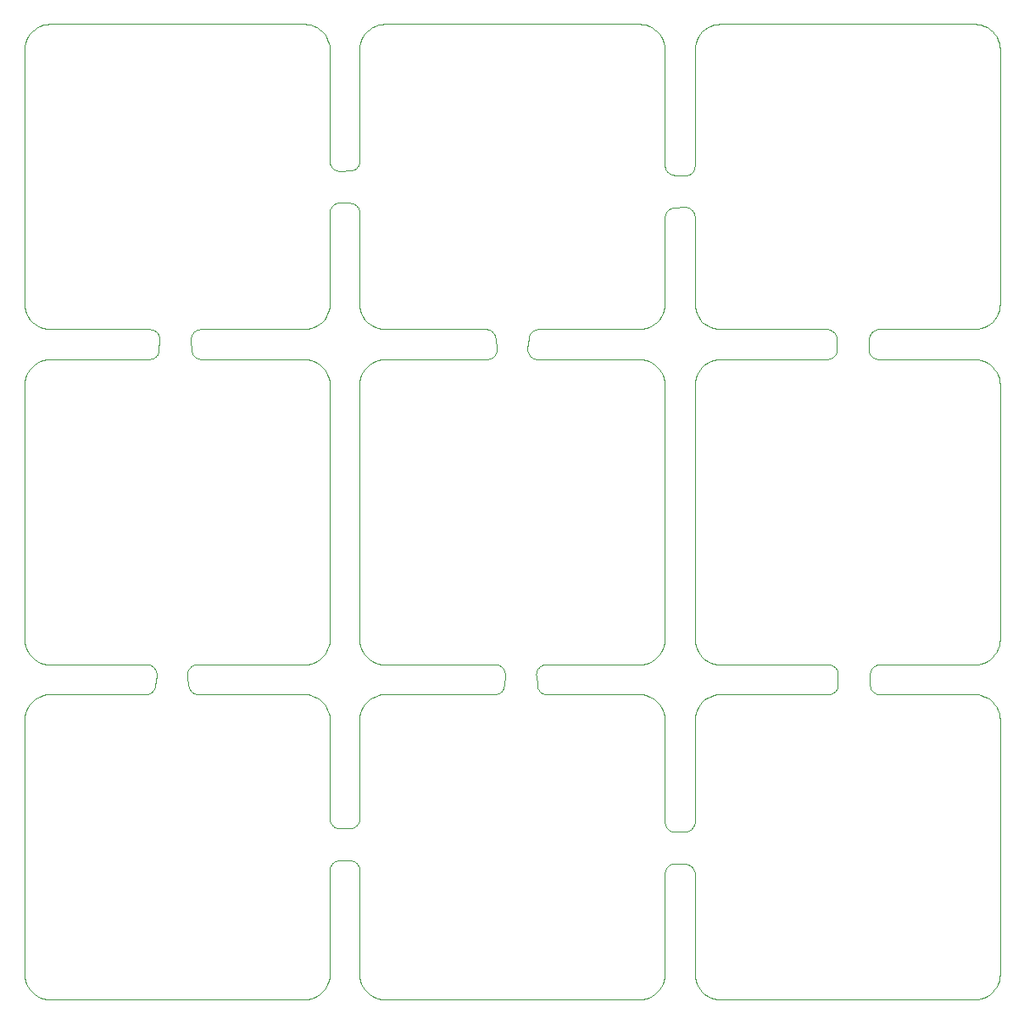
<source format=gko>
%MOIN*%
%OFA0B0*%
%FSLAX36Y36*%
%IPPOS*%
%LPD*%
%ADD10C,0*%
D10*
X002518110Y001099999D02*
X002518110Y001099999D01*
X002517254Y001113052D01*
X002514702Y001125882D01*
X002510497Y001138268D01*
X002504712Y001149999D01*
X002497445Y001160876D01*
X002488820Y001170710D01*
X002478985Y001179335D01*
X002468110Y001186602D01*
X002456378Y001192388D01*
X002443992Y001196592D01*
X002431162Y001199144D01*
X002418110Y001200000D01*
X002055213Y001200000D01*
X002052301Y001200107D01*
X002049406Y001200430D01*
X002046543Y001200966D01*
X002043727Y001201712D01*
X002040973Y001202665D01*
X002038298Y001203818D01*
X002035716Y001205166D01*
X002033240Y001206702D01*
X002030884Y001208416D01*
X002028662Y001210299D01*
X002026585Y001212342D01*
X002024665Y001214533D01*
X002022912Y001216860D01*
X002021336Y001219310D01*
X002019946Y001221870D01*
X002018748Y001224526D01*
X002017750Y001227263D01*
X002016958Y001230066D01*
X002016374Y001232920D01*
X002016004Y001235810D01*
X002012429Y001275180D01*
X002012269Y001278445D01*
X002012381Y001281713D01*
X002012763Y001284960D01*
X002013413Y001288164D01*
X002014327Y001291303D01*
X002015498Y001294356D01*
X002016918Y001297300D01*
X002018578Y001300117D01*
X002020465Y001302787D01*
X002022568Y001305290D01*
X002024871Y001307610D01*
X002027359Y001309732D01*
X002030014Y001311639D01*
X002032819Y001313320D01*
X002035753Y001314762D01*
X002038796Y001315956D01*
X002041929Y001316893D01*
X002045128Y001317568D01*
X002048372Y001317974D01*
X002051638Y001318110D01*
X002418110Y001318110D01*
X002431162Y001318966D01*
X002443992Y001321517D01*
X002456378Y001325722D01*
X002468110Y001331507D01*
X002478985Y001338775D01*
X002488820Y001347399D01*
X002497445Y001357234D01*
X002504712Y001368110D01*
X002510497Y001379842D01*
X002514702Y001392228D01*
X002517254Y001405057D01*
X002518110Y001418110D01*
X002518110Y002418110D01*
X002517254Y002431163D01*
X002514702Y002443992D01*
X002510497Y002456378D01*
X002504712Y002468110D01*
X002497445Y002478986D01*
X002488820Y002488821D01*
X002478985Y002497445D01*
X002468110Y002504712D01*
X002456378Y002510498D01*
X002443992Y002514703D01*
X002431162Y002517254D01*
X002418110Y002518110D01*
X002017811Y002518110D01*
X002014490Y002518250D01*
X002011192Y002518670D01*
X002007941Y002519367D01*
X002004761Y002520335D01*
X002001674Y002521569D01*
X001998702Y002523058D01*
X001995866Y002524793D01*
X001993187Y002526761D01*
X001990683Y002528948D01*
X001988373Y002531338D01*
X001986272Y002533915D01*
X001984397Y002536659D01*
X001982759Y002539553D01*
X001981372Y002542574D01*
X001980244Y002545701D01*
X001979384Y002548912D01*
X001978799Y002552184D01*
X001978491Y002555495D01*
X001978464Y002558819D01*
X001978717Y002562134D01*
X001983403Y002601503D01*
X001983844Y002604328D01*
X001984488Y002607112D01*
X001985333Y002609843D01*
X001986374Y002612505D01*
X001987605Y002615085D01*
X001989020Y002617568D01*
X001990611Y002619942D01*
X001992370Y002622195D01*
X001994289Y002624314D01*
X001996356Y002626288D01*
X001998560Y002628107D01*
X002000891Y002629761D01*
X002003336Y002631242D01*
X002005882Y002632542D01*
X002008515Y002633653D01*
X002011222Y002634571D01*
X002013988Y002635289D01*
X002016800Y002635805D01*
X002019641Y002636116D01*
X002022497Y002636220D01*
X002418110Y002636220D01*
X002431162Y002637076D01*
X002443992Y002639628D01*
X002456378Y002643832D01*
X002468110Y002649618D01*
X002478985Y002656885D01*
X002488820Y002665509D01*
X002497445Y002675344D01*
X002504712Y002686220D01*
X002510497Y002697952D01*
X002514702Y002710338D01*
X002517254Y002723168D01*
X002518110Y002736220D01*
X002518110Y003075003D01*
X002518223Y003077987D01*
X002518562Y003080954D01*
X002519125Y003083887D01*
X002519909Y003086769D01*
X002520909Y003089583D01*
X002522120Y003092313D01*
X002523533Y003094944D01*
X002525143Y003097459D01*
X002526938Y003099846D01*
X002528909Y003102090D01*
X002531045Y003104177D01*
X002533332Y003106097D01*
X002535759Y003107838D01*
X002538310Y003109390D01*
X002540972Y003110745D01*
X002543729Y003111893D01*
X002546565Y003112829D01*
X002549464Y003113548D01*
X002552408Y003114045D01*
X002555382Y003114317D01*
X002594753Y003116417D01*
X002597949Y003116458D01*
X002601137Y003116239D01*
X002604298Y003115762D01*
X002607409Y003115031D01*
X002610451Y003114049D01*
X002613403Y003112824D01*
X002616246Y003111364D01*
X002618961Y003109678D01*
X002621530Y003107777D01*
X002623937Y003105674D01*
X002626166Y003103382D01*
X002628201Y003100918D01*
X002630029Y003098296D01*
X002631639Y003095535D01*
X002633019Y003092652D01*
X002634161Y003089667D01*
X002635058Y003086599D01*
X002635702Y003083469D01*
X002636090Y003080296D01*
X002636220Y003077103D01*
X002636220Y002736220D01*
X002637076Y002723168D01*
X002639627Y002710338D01*
X002643832Y002697952D01*
X002649617Y002686220D01*
X002656884Y002675344D01*
X002665509Y002665509D01*
X002675343Y002656885D01*
X002686220Y002649618D01*
X002697952Y002643832D01*
X002710338Y002639628D01*
X002723167Y002637076D01*
X002736220Y002636220D01*
X003154514Y002636220D01*
X003157532Y002636104D01*
X003160532Y002635757D01*
X003163497Y002635181D01*
X003166408Y002634380D01*
X003169250Y002633358D01*
X003172005Y002632121D01*
X003174658Y002630676D01*
X003177191Y002629033D01*
X003179592Y002627200D01*
X003181844Y002625188D01*
X003183936Y002623009D01*
X003185855Y002620677D01*
X003187589Y002618205D01*
X003189129Y002615606D01*
X003190465Y002612898D01*
X003191589Y002610095D01*
X003192495Y002607214D01*
X003193178Y002604272D01*
X003193633Y002601286D01*
X003193858Y002598275D01*
X003195284Y002558905D01*
X003195271Y002555742D01*
X003195005Y002552591D01*
X003194486Y002549471D01*
X003193719Y002546403D01*
X003192708Y002543406D01*
X003191460Y002540501D01*
X003189983Y002537704D01*
X003188285Y002535036D01*
X003186380Y002532512D01*
X003184277Y002530149D01*
X003181992Y002527963D01*
X003179539Y002525967D01*
X003176934Y002524175D01*
X003174193Y002522597D01*
X003171334Y002521244D01*
X003168376Y002520126D01*
X003165338Y002519248D01*
X003162239Y002518617D01*
X003159099Y002518237D01*
X003155939Y002518110D01*
X002736220Y002518110D01*
X002723167Y002517254D01*
X002710338Y002514703D01*
X002697952Y002510498D01*
X002686220Y002504712D01*
X002675343Y002497445D01*
X002665509Y002488821D01*
X002656884Y002478986D01*
X002649617Y002468110D01*
X002643832Y002456378D01*
X002639627Y002443992D01*
X002637076Y002431163D01*
X002636220Y002418110D01*
X002636220Y001418110D01*
X002637076Y001405057D01*
X002639627Y001392228D01*
X002643832Y001379842D01*
X002649617Y001368110D01*
X002656884Y001357234D01*
X002665509Y001347399D01*
X002675343Y001338775D01*
X002686220Y001331507D01*
X002697952Y001325722D01*
X002710338Y001321517D01*
X002723167Y001318966D01*
X002736220Y001318110D01*
X003159504Y001318110D01*
X003162589Y001317989D01*
X003165655Y001317626D01*
X003168683Y001317025D01*
X003171655Y001316187D01*
X003174552Y001315120D01*
X003177357Y001313829D01*
X003180052Y001312322D01*
X003182620Y001310609D01*
X003185046Y001308699D01*
X003187315Y001306606D01*
X003189413Y001304340D01*
X003191328Y001301918D01*
X003193046Y001299353D01*
X003194558Y001296661D01*
X003195855Y001293859D01*
X003196928Y001290964D01*
X003197771Y001287994D01*
X003198378Y001284967D01*
X003198747Y001281901D01*
X003198874Y001278816D01*
X003198950Y001239446D01*
X003198835Y001236353D01*
X003198477Y001233279D01*
X003197878Y001230242D01*
X003197042Y001227262D01*
X003195976Y001224357D01*
X003194684Y001221544D01*
X003193175Y001218841D01*
X003191459Y001216266D01*
X003189545Y001213833D01*
X003187446Y001211558D01*
X003185175Y001209455D01*
X003182746Y001207537D01*
X003180174Y001205815D01*
X003177475Y001204301D01*
X003174664Y001203004D01*
X003171761Y001201931D01*
X003168782Y001201090D01*
X003165747Y001200485D01*
X003162673Y001200121D01*
X003159580Y001200000D01*
X002736220Y001200000D01*
X002723167Y001199144D01*
X002710338Y001196592D01*
X002697952Y001192388D01*
X002686220Y001186602D01*
X002675343Y001179335D01*
X002665509Y001170710D01*
X002656884Y001160876D01*
X002649617Y001149999D01*
X002643832Y001138268D01*
X002639627Y001125882D01*
X002637076Y001113052D01*
X002636220Y001099999D01*
X002636220Y000700308D01*
X002636104Y000697291D01*
X002635757Y000694290D01*
X002635182Y000691326D01*
X002634380Y000688414D01*
X002633358Y000685572D01*
X002632121Y000682817D01*
X002630676Y000680164D01*
X002629033Y000677631D01*
X002627200Y000675231D01*
X002625188Y000672978D01*
X002623010Y000670886D01*
X002620677Y000668967D01*
X002618205Y000667233D01*
X002615607Y000665693D01*
X002612898Y000664358D01*
X002610095Y000663233D01*
X002607214Y000662327D01*
X002604272Y000661644D01*
X002601286Y000661189D01*
X002598275Y000660964D01*
X002558904Y000659539D01*
X002555742Y000659551D01*
X002552591Y000659818D01*
X002549471Y000660336D01*
X002546403Y000661103D01*
X002543406Y000662114D01*
X002540501Y000663362D01*
X002537704Y000664840D01*
X002535036Y000666537D01*
X002532512Y000668443D01*
X002530149Y000670545D01*
X002527963Y000672830D01*
X002525967Y000675283D01*
X002524175Y000677889D01*
X002522597Y000680629D01*
X002521244Y000683488D01*
X002520126Y000686446D01*
X002519248Y000689484D01*
X002518617Y000692583D01*
X002518237Y000695723D01*
X002518110Y000698883D01*
X002518110Y001099999D01*
X001199999Y001099999D02*
X001199999Y001099999D01*
X001199143Y001113052D01*
X001196592Y001125882D01*
X001192387Y001138268D01*
X001186602Y001149999D01*
X001179335Y001160876D01*
X001170710Y001170710D01*
X001160875Y001179335D01*
X001149999Y001186602D01*
X001138267Y001192388D01*
X001125881Y001196592D01*
X001113051Y001199144D01*
X001100000Y001200000D01*
X000684647Y001200000D01*
X000681802Y001200102D01*
X000678973Y001200411D01*
X000676172Y001200922D01*
X000673416Y001201635D01*
X000670719Y001202545D01*
X000668095Y001203648D01*
X000665557Y001204937D01*
X000663119Y001206407D01*
X000660794Y001208049D01*
X000658593Y001209854D01*
X000656528Y001211814D01*
X000654611Y001213917D01*
X000652850Y001216154D01*
X000651256Y001218513D01*
X000649836Y001220980D01*
X000648598Y001223543D01*
X000647549Y001226189D01*
X000646693Y001228904D01*
X000646037Y001231674D01*
X000645581Y001234484D01*
X000640658Y001273854D01*
X000640384Y001277179D01*
X000640394Y001280515D01*
X000640685Y001283838D01*
X000641257Y001287125D01*
X000642105Y001290351D01*
X000643223Y001293494D01*
X000644603Y001296531D01*
X000646235Y001299441D01*
X000648108Y001302202D01*
X000650208Y001304794D01*
X000652520Y001307199D01*
X000655027Y001309400D01*
X000657711Y001311381D01*
X000660553Y001313127D01*
X000663533Y001314627D01*
X000666630Y001315868D01*
X000669820Y001316844D01*
X000673081Y001317545D01*
X000676391Y001317968D01*
X000679724Y001318110D01*
X001100000Y001318110D01*
X001113051Y001318966D01*
X001125881Y001321517D01*
X001138267Y001325722D01*
X001149999Y001331507D01*
X001160875Y001338775D01*
X001170710Y001347399D01*
X001179335Y001357234D01*
X001186602Y001368110D01*
X001192387Y001379842D01*
X001196592Y001392228D01*
X001199143Y001405057D01*
X001199999Y001418110D01*
X001199999Y002418110D01*
X001199143Y002431163D01*
X001196592Y002443992D01*
X001192387Y002456378D01*
X001186602Y002468110D01*
X001179335Y002478986D01*
X001170710Y002488821D01*
X001160875Y002497445D01*
X001149999Y002504712D01*
X001138267Y002510498D01*
X001125881Y002514703D01*
X001113051Y002517254D01*
X001100000Y002518110D01*
X000696368Y002518110D01*
X000693390Y002518223D01*
X000690429Y002518560D01*
X000687502Y002519121D01*
X000684625Y002519902D01*
X000681816Y002520898D01*
X000679091Y002522103D01*
X000676464Y002523512D01*
X000673952Y002525115D01*
X000671568Y002526903D01*
X000669326Y002528867D01*
X000667239Y002530994D01*
X000665319Y002533274D01*
X000663577Y002535692D01*
X000662022Y002538235D01*
X000660665Y002540888D01*
X000659512Y002543636D01*
X000658571Y002546464D01*
X000657846Y002549355D01*
X000657341Y002552292D01*
X000657061Y002555259D01*
X000654837Y002594629D01*
X000654786Y002597831D01*
X000654996Y002601027D01*
X000655465Y002604194D01*
X000656190Y002607314D01*
X000657166Y002610364D01*
X000658387Y002613324D01*
X000659844Y002616176D01*
X000661528Y002618899D01*
X000663428Y002621477D01*
X000665531Y002623892D01*
X000667823Y002626128D01*
X000670290Y002628170D01*
X000672914Y002630005D01*
X000675679Y002631621D01*
X000678566Y002633007D01*
X000681556Y002634153D01*
X000684630Y002635053D01*
X000687766Y002635700D01*
X000690944Y002636090D01*
X000694144Y002636220D01*
X001100000Y002636220D01*
X001113051Y002637076D01*
X001125881Y002639628D01*
X001138267Y002643832D01*
X001149999Y002649618D01*
X001160875Y002656885D01*
X001170710Y002665509D01*
X001179335Y002675344D01*
X001186602Y002686220D01*
X001192387Y002697952D01*
X001196592Y002710338D01*
X001199143Y002723168D01*
X001199999Y002736220D01*
X001199999Y003094096D01*
X001200124Y003097229D01*
X001200498Y003100342D01*
X001201118Y003103415D01*
X001201981Y003106430D01*
X001203082Y003109366D01*
X001204412Y003112205D01*
X001205964Y003114930D01*
X001207728Y003117522D01*
X001209692Y003119966D01*
X001211845Y003122245D01*
X001214172Y003124346D01*
X001216660Y003126256D01*
X001219291Y003127961D01*
X001222049Y003129451D01*
X001224918Y003130718D01*
X001227878Y003131751D01*
X001230911Y003132546D01*
X001233998Y003133098D01*
X001237118Y003133401D01*
X001240253Y003133456D01*
X001279624Y003132572D01*
X001282665Y003132386D01*
X001285683Y003131965D01*
X001288659Y003131312D01*
X001291576Y003130430D01*
X001294416Y003129326D01*
X001297163Y003128005D01*
X001299798Y003126476D01*
X001302308Y003124748D01*
X001304676Y003122831D01*
X001306889Y003120736D01*
X001308934Y003118477D01*
X001310797Y003116066D01*
X001312469Y003113518D01*
X001313938Y003110849D01*
X001315197Y003108074D01*
X001316237Y003105209D01*
X001317053Y003102273D01*
X001317639Y003099283D01*
X001317992Y003096257D01*
X001318110Y003093212D01*
X001318110Y002736220D01*
X001318965Y002723168D01*
X001321517Y002710338D01*
X001325721Y002697952D01*
X001331507Y002686220D01*
X001338774Y002675344D01*
X001347399Y002665509D01*
X001357233Y002656885D01*
X001368109Y002649618D01*
X001379841Y002643832D01*
X001392227Y002639628D01*
X001405057Y002637076D01*
X001418110Y002636220D01*
X001813452Y002636220D01*
X001816309Y002636116D01*
X001819150Y002635805D01*
X001821961Y002635289D01*
X001824728Y002634571D01*
X001827435Y002633653D01*
X001830068Y002632542D01*
X001832614Y002631242D01*
X001835059Y002629761D01*
X001837390Y002628107D01*
X001839594Y002626288D01*
X001841661Y002624314D01*
X001843579Y002622195D01*
X001845339Y002619942D01*
X001846930Y002617568D01*
X001848345Y002615085D01*
X001849576Y002612505D01*
X001850617Y002609843D01*
X001851461Y002607112D01*
X001852106Y002604328D01*
X001852546Y002601503D01*
X001857233Y002562134D01*
X001857486Y002558819D01*
X001857459Y002555495D01*
X001857151Y002552184D01*
X001856565Y002548912D01*
X001855706Y002545701D01*
X001854578Y002542574D01*
X001853191Y002539553D01*
X001851553Y002536659D01*
X001849678Y002533915D01*
X001847577Y002531338D01*
X001845267Y002528948D01*
X001842763Y002526761D01*
X001840084Y002524793D01*
X001837248Y002523058D01*
X001834276Y002521569D01*
X001831189Y002520335D01*
X001828009Y002519367D01*
X001824758Y002518670D01*
X001821460Y002518250D01*
X001818139Y002518110D01*
X001418110Y002518110D01*
X001405057Y002517254D01*
X001392227Y002514703D01*
X001379841Y002510498D01*
X001368109Y002504712D01*
X001357233Y002497445D01*
X001347399Y002488821D01*
X001338774Y002478986D01*
X001331507Y002468110D01*
X001325721Y002456378D01*
X001321517Y002443992D01*
X001318965Y002431163D01*
X001318110Y002418110D01*
X001318110Y001418110D01*
X001318965Y001405057D01*
X001321517Y001392228D01*
X001325721Y001379842D01*
X001331507Y001368110D01*
X001338774Y001357234D01*
X001347399Y001347399D01*
X001357233Y001338775D01*
X001368109Y001331507D01*
X001379841Y001325722D01*
X001392227Y001321517D01*
X001405057Y001318966D01*
X001418110Y001318110D01*
X001850764Y001318110D01*
X001854031Y001317974D01*
X001857275Y001317568D01*
X001860474Y001316893D01*
X001863606Y001315956D01*
X001866650Y001314762D01*
X001869584Y001313320D01*
X001872388Y001311639D01*
X001875044Y001309732D01*
X001877531Y001307610D01*
X001879835Y001305290D01*
X001881937Y001302787D01*
X001883825Y001300117D01*
X001885485Y001297300D01*
X001886905Y001294356D01*
X001888076Y001291303D01*
X001888990Y001288164D01*
X001889640Y001284960D01*
X001890022Y001281713D01*
X001890133Y001278445D01*
X001889973Y001275180D01*
X001886399Y001235810D01*
X001886028Y001232920D01*
X001885445Y001230066D01*
X001884652Y001227263D01*
X001883655Y001224526D01*
X001882457Y001221870D01*
X001881067Y001219310D01*
X001879491Y001216860D01*
X001877738Y001214533D01*
X001875818Y001212342D01*
X001873741Y001210299D01*
X001871518Y001208416D01*
X001869163Y001206702D01*
X001866687Y001205166D01*
X001864104Y001203818D01*
X001861429Y001202665D01*
X001858676Y001201712D01*
X001855860Y001200966D01*
X001852997Y001200430D01*
X001850101Y001200107D01*
X001847190Y001200000D01*
X001418110Y001200000D01*
X001405057Y001199144D01*
X001392227Y001196592D01*
X001379841Y001192388D01*
X001368109Y001186602D01*
X001357233Y001179335D01*
X001347399Y001170710D01*
X001338774Y001160876D01*
X001331507Y001149999D01*
X001325721Y001138268D01*
X001321517Y001125882D01*
X001318965Y001113052D01*
X001318110Y001099999D01*
X001318110Y000712620D01*
X001317989Y000709535D01*
X001317626Y000706469D01*
X001317025Y000703441D01*
X001316188Y000700469D01*
X001315120Y000697572D01*
X001313829Y000694767D01*
X001312322Y000692073D01*
X001310609Y000689504D01*
X001308699Y000687078D01*
X001306606Y000684809D01*
X001304341Y000682711D01*
X001301918Y000680796D01*
X001299353Y000679078D01*
X001296661Y000677566D01*
X001293859Y000676269D01*
X001290964Y000675196D01*
X001287994Y000674353D01*
X001284967Y000673746D01*
X001281901Y000673378D01*
X001278816Y000673250D01*
X001239446Y000673174D01*
X001236353Y000673289D01*
X001233279Y000673648D01*
X001230242Y000674246D01*
X001227262Y000675082D01*
X001224356Y000676149D01*
X001221544Y000677441D01*
X001218841Y000678949D01*
X001216266Y000680666D01*
X001213833Y000682579D01*
X001211558Y000684678D01*
X001209455Y000686949D01*
X001207537Y000689378D01*
X001205815Y000691950D01*
X001204301Y000694650D01*
X001203004Y000697460D01*
X001201931Y000700363D01*
X001201090Y000703342D01*
X001200485Y000706377D01*
X001200121Y000709451D01*
X001199999Y000712544D01*
X001199999Y001099999D01*
X000099999Y000000000D02*
X000099999Y000000000D01*
X001100000Y000000000D01*
X001113051Y000000855D01*
X001125881Y000003407D01*
X001138267Y000007612D01*
X001149999Y000013397D01*
X001160875Y000020665D01*
X001170710Y000029289D01*
X001179335Y000039123D01*
X001186602Y000050000D01*
X001192387Y000061731D01*
X001196592Y000074118D01*
X001199143Y000086947D01*
X001199999Y000099999D01*
X001199999Y000508048D01*
X001200121Y000511140D01*
X001200485Y000514214D01*
X001201090Y000517250D01*
X001201931Y000520228D01*
X001203004Y000523132D01*
X001204301Y000525942D01*
X001205815Y000528641D01*
X001207537Y000531214D01*
X001209455Y000533643D01*
X001211558Y000535914D01*
X001213833Y000538012D01*
X001216266Y000539926D01*
X001218841Y000541642D01*
X001221544Y000543151D01*
X001224356Y000544443D01*
X001227262Y000545510D01*
X001230242Y000546345D01*
X001233279Y000546944D01*
X001236353Y000547302D01*
X001239446Y000547418D01*
X001278816Y000547341D01*
X001281901Y000547214D01*
X001284967Y000546846D01*
X001287994Y000546238D01*
X001290964Y000545395D01*
X001293859Y000544322D01*
X001296661Y000543026D01*
X001299353Y000541514D01*
X001301918Y000539795D01*
X001304341Y000537881D01*
X001306606Y000535783D01*
X001308699Y000533514D01*
X001310609Y000531087D01*
X001312322Y000528519D01*
X001313829Y000525824D01*
X001315120Y000523020D01*
X001316188Y000520123D01*
X001317025Y000517151D01*
X001317626Y000514122D01*
X001317989Y000511056D01*
X001318110Y000507971D01*
X001318110Y000099999D01*
X001318965Y000086947D01*
X001321517Y000074118D01*
X001325721Y000061731D01*
X001331507Y000050000D01*
X001338774Y000039123D01*
X001347399Y000029289D01*
X001357233Y000020665D01*
X001368109Y000013397D01*
X001379841Y000007612D01*
X001392227Y000003407D01*
X001405057Y000000855D01*
X001418110Y000000000D01*
X002418110Y000000000D01*
X002431162Y000000855D01*
X002443992Y000003407D01*
X002456378Y000007612D01*
X002468110Y000013397D01*
X002478985Y000020665D01*
X002488820Y000029289D01*
X002497445Y000039123D01*
X002504712Y000050000D01*
X002510497Y000061731D01*
X002514702Y000074118D01*
X002517254Y000086947D01*
X002518110Y000099999D01*
X002518110Y000495755D01*
X002518237Y000498915D01*
X002518617Y000502055D01*
X002519248Y000505154D01*
X002520126Y000508192D01*
X002521244Y000511150D01*
X002522597Y000514009D01*
X002524175Y000516750D01*
X002525967Y000519355D01*
X002527963Y000521808D01*
X002530149Y000524094D01*
X002532512Y000526196D01*
X002535036Y000528102D01*
X002537704Y000529799D01*
X002540501Y000531276D01*
X002543406Y000532524D01*
X002546403Y000533535D01*
X002549471Y000534302D01*
X002552591Y000534821D01*
X002555742Y000535087D01*
X002558904Y000535100D01*
X002598275Y000533674D01*
X002601286Y000533449D01*
X002604272Y000532994D01*
X002607214Y000532311D01*
X002610095Y000531405D01*
X002612898Y000530281D01*
X002615607Y000528945D01*
X002618205Y000527405D01*
X002620677Y000525671D01*
X002623010Y000523752D01*
X002625188Y000521661D01*
X002627200Y000519408D01*
X002629033Y000517008D01*
X002630676Y000514474D01*
X002632121Y000511822D01*
X002633358Y000509067D01*
X002634380Y000506225D01*
X002635182Y000503313D01*
X002635757Y000500348D01*
X002636104Y000497348D01*
X002636220Y000494330D01*
X002636220Y000099999D01*
X002637076Y000086947D01*
X002639627Y000074118D01*
X002643832Y000061731D01*
X002649617Y000050000D01*
X002656884Y000039123D01*
X002665509Y000029289D01*
X002675343Y000020665D01*
X002686220Y000013397D01*
X002697952Y000007612D01*
X002710338Y000003407D01*
X002723167Y000000855D01*
X002736220Y000000000D01*
X003736220Y000000000D01*
X003749272Y000000855D01*
X003762102Y000003407D01*
X003774488Y000007612D01*
X003786220Y000013397D01*
X003797096Y000020665D01*
X003806930Y000029289D01*
X003815555Y000039123D01*
X003822822Y000050000D01*
X003828607Y000061731D01*
X003832812Y000074118D01*
X003835364Y000086947D01*
X003836220Y000099999D01*
X003836220Y001099999D01*
X003835364Y001113052D01*
X003832812Y001125882D01*
X003828607Y001138268D01*
X003822822Y001149999D01*
X003815555Y001160876D01*
X003806930Y001170710D01*
X003797096Y001179335D01*
X003786220Y001186602D01*
X003774488Y001192388D01*
X003762102Y001196592D01*
X003749272Y001199144D01*
X003736220Y001200000D01*
X003364077Y001200000D01*
X003360984Y001200121D01*
X003357910Y001200485D01*
X003354875Y001201090D01*
X003351896Y001201931D01*
X003348993Y001203004D01*
X003346182Y001204301D01*
X003343483Y001205815D01*
X003340911Y001207537D01*
X003338481Y001209455D01*
X003336211Y001211558D01*
X003334112Y001213833D01*
X003332198Y001216266D01*
X003330482Y001218841D01*
X003328973Y001221544D01*
X003327681Y001224357D01*
X003326614Y001227262D01*
X003325779Y001230242D01*
X003325180Y001233279D01*
X003324822Y001236353D01*
X003324707Y001239446D01*
X003324783Y001278816D01*
X003324910Y001281901D01*
X003325279Y001284967D01*
X003325886Y001287994D01*
X003326729Y001290964D01*
X003327802Y001293859D01*
X003329099Y001296661D01*
X003330611Y001299353D01*
X003332329Y001301918D01*
X003334244Y001304340D01*
X003336342Y001306606D01*
X003338611Y001308699D01*
X003341037Y001310609D01*
X003343605Y001312322D01*
X003346300Y001313829D01*
X003349105Y001315120D01*
X003352002Y001316187D01*
X003354974Y001317025D01*
X003358002Y001317626D01*
X003361068Y001317989D01*
X003364153Y001318110D01*
X003736220Y001318110D01*
X003749272Y001318966D01*
X003762102Y001321517D01*
X003774488Y001325722D01*
X003786220Y001331507D01*
X003797096Y001338775D01*
X003806930Y001347399D01*
X003815555Y001357234D01*
X003822822Y001368110D01*
X003828607Y001379842D01*
X003832812Y001392228D01*
X003835364Y001405057D01*
X003836220Y001418110D01*
X003836220Y002418110D01*
X003835364Y002431163D01*
X003832812Y002443992D01*
X003828607Y002456378D01*
X003822822Y002468110D01*
X003815555Y002478986D01*
X003806930Y002488821D01*
X003797096Y002497445D01*
X003786220Y002504712D01*
X003774488Y002510498D01*
X003762102Y002514703D01*
X003749272Y002517254D01*
X003736220Y002518110D01*
X003359067Y002518110D01*
X003355907Y002518237D01*
X003352767Y002518617D01*
X003349668Y002519248D01*
X003346630Y002520126D01*
X003343672Y002521244D01*
X003340813Y002522597D01*
X003338072Y002524175D01*
X003335467Y002525967D01*
X003333014Y002527963D01*
X003330729Y002530149D01*
X003328627Y002532512D01*
X003326721Y002535036D01*
X003325024Y002537704D01*
X003323546Y002540501D01*
X003322298Y002543406D01*
X003321287Y002546403D01*
X003320520Y002549471D01*
X003320002Y002552591D01*
X003319735Y002555742D01*
X003319723Y002558905D01*
X003321148Y002598275D01*
X003321373Y002601286D01*
X003321828Y002604272D01*
X003322511Y002607214D01*
X003323417Y002610095D01*
X003324542Y002612898D01*
X003325878Y002615606D01*
X003327417Y002618205D01*
X003329152Y002620677D01*
X003331070Y002623009D01*
X003333162Y002625188D01*
X003335415Y002627200D01*
X003337815Y002629033D01*
X003340349Y002630676D01*
X003343001Y002632121D01*
X003345756Y002633358D01*
X003348598Y002634380D01*
X003351510Y002635181D01*
X003354475Y002635757D01*
X003357475Y002636104D01*
X003360493Y002636220D01*
X003736220Y002636220D01*
X003749272Y002637076D01*
X003762102Y002639628D01*
X003774488Y002643832D01*
X003786220Y002649618D01*
X003797096Y002656885D01*
X003806930Y002665509D01*
X003815555Y002675344D01*
X003822822Y002686220D01*
X003828607Y002697952D01*
X003832812Y002710338D01*
X003835364Y002723168D01*
X003836220Y002736220D01*
X003836220Y003736220D01*
X003835364Y003749273D01*
X003832812Y003762102D01*
X003828607Y003774489D01*
X003822822Y003786220D01*
X003815555Y003797096D01*
X003806930Y003806931D01*
X003797096Y003815555D01*
X003786220Y003822823D01*
X003774488Y003828608D01*
X003762102Y003832813D01*
X003749272Y003835365D01*
X003736220Y003836220D01*
X002736220Y003836220D01*
X002723167Y003835365D01*
X002710338Y003832813D01*
X002697952Y003828608D01*
X002686220Y003822823D01*
X002675343Y003815555D01*
X002665509Y003806931D01*
X002656884Y003797096D01*
X002649617Y003786220D01*
X002643832Y003774489D01*
X002639627Y003762102D01*
X002637076Y003749273D01*
X002636220Y003736220D01*
X002636220Y003279532D01*
X002636090Y003276339D01*
X002635702Y003273166D01*
X002635058Y003270036D01*
X002634161Y003266968D01*
X002633019Y003263983D01*
X002631639Y003261100D01*
X002630029Y003258339D01*
X002628201Y003255717D01*
X002626166Y003253253D01*
X002623937Y003250961D01*
X002621530Y003248858D01*
X002618961Y003246958D01*
X002616246Y003245271D01*
X002613403Y003243811D01*
X002610451Y003242586D01*
X002607409Y003241605D01*
X002604298Y003240873D01*
X002601137Y003240396D01*
X002597949Y003240177D01*
X002594753Y003240218D01*
X002555382Y003242318D01*
X002552408Y003242591D01*
X002549464Y003243087D01*
X002546565Y003243806D01*
X002543729Y003244742D01*
X002540972Y003245891D01*
X002538310Y003247245D01*
X002535759Y003248797D01*
X002533332Y003250538D01*
X002531045Y003252458D01*
X002528909Y003254545D01*
X002526938Y003256789D01*
X002525143Y003259176D01*
X002523533Y003261692D01*
X002522120Y003264322D01*
X002520909Y003267052D01*
X002519909Y003269866D01*
X002519125Y003272748D01*
X002518562Y003275681D01*
X002518223Y003278648D01*
X002518110Y003281633D01*
X002518110Y003736220D01*
X002517254Y003749273D01*
X002514702Y003762102D01*
X002510497Y003774489D01*
X002504712Y003786220D01*
X002497445Y003797096D01*
X002488820Y003806931D01*
X002478985Y003815555D01*
X002468110Y003822823D01*
X002456378Y003828608D01*
X002443992Y003832813D01*
X002431162Y003835365D01*
X002418110Y003836220D01*
X001418110Y003836220D01*
X001405057Y003835365D01*
X001392227Y003832813D01*
X001379841Y003828608D01*
X001368109Y003822823D01*
X001357233Y003815555D01*
X001347399Y003806931D01*
X001338774Y003797096D01*
X001331507Y003786220D01*
X001325721Y003774489D01*
X001321517Y003762102D01*
X001318965Y003749273D01*
X001318110Y003736220D01*
X001318110Y003298661D01*
X001317992Y003295616D01*
X001317639Y003292589D01*
X001317053Y003289599D01*
X001316237Y003286663D01*
X001315197Y003283799D01*
X001313938Y003281024D01*
X001312469Y003278355D01*
X001310797Y003275807D01*
X001308934Y003273396D01*
X001306889Y003271136D01*
X001304676Y003269042D01*
X001302308Y003267125D01*
X001299798Y003265396D01*
X001297163Y003263867D01*
X001294416Y003262547D01*
X001291576Y003261442D01*
X001288659Y003260561D01*
X001285683Y003259908D01*
X001282665Y003259487D01*
X001279624Y003259301D01*
X001240253Y003258417D01*
X001237118Y003258471D01*
X001233998Y003258775D01*
X001230911Y003259326D01*
X001227878Y003260121D01*
X001224918Y003261155D01*
X001222049Y003262421D01*
X001219291Y003263912D01*
X001216660Y003265617D01*
X001214172Y003267526D01*
X001211845Y003269627D01*
X001209692Y003271907D01*
X001207728Y003274351D01*
X001205964Y003276943D01*
X001204412Y003279667D01*
X001203082Y003282507D01*
X001201981Y003285443D01*
X001201118Y003288457D01*
X001200498Y003291531D01*
X001200124Y003294644D01*
X001199999Y003297777D01*
X001199999Y003736220D01*
X001199143Y003749273D01*
X001196592Y003762102D01*
X001192387Y003774489D01*
X001186602Y003786220D01*
X001179335Y003797096D01*
X001170710Y003806931D01*
X001160875Y003815555D01*
X001149999Y003822823D01*
X001138267Y003828608D01*
X001125881Y003832813D01*
X001113051Y003835365D01*
X001100000Y003836220D01*
X000099999Y003836220D01*
X000086947Y003835365D01*
X000074117Y003832813D01*
X000061731Y003828608D01*
X000049999Y003822823D01*
X000039123Y003815555D01*
X000029289Y003806931D01*
X000020664Y003797096D01*
X000013397Y003786220D01*
X000007611Y003774489D01*
X000003406Y003762102D01*
X000000855Y003749273D01*
X000000000Y003736220D01*
X000000000Y002736220D01*
X000000855Y002723168D01*
X000003406Y002710338D01*
X000007611Y002697952D01*
X000013397Y002686220D01*
X000020664Y002675344D01*
X000029289Y002665509D01*
X000039123Y002656885D01*
X000049999Y002649618D01*
X000061731Y002643832D01*
X000074117Y002639628D01*
X000086947Y002637076D01*
X000099999Y002636220D01*
X000491843Y002636220D01*
X000495043Y002636090D01*
X000498222Y002635700D01*
X000501358Y002635053D01*
X000504431Y002634153D01*
X000507421Y002633007D01*
X000510308Y002631621D01*
X000513073Y002630005D01*
X000515698Y002628170D01*
X000518164Y002626128D01*
X000520457Y002623892D01*
X000522560Y002621477D01*
X000524460Y002618899D01*
X000526144Y002616176D01*
X000527601Y002613324D01*
X000528822Y002610364D01*
X000529798Y002607314D01*
X000530522Y002604194D01*
X000530991Y002601027D01*
X000531201Y002597831D01*
X000531151Y002594629D01*
X000528927Y002555259D01*
X000528646Y002552292D01*
X000528142Y002549355D01*
X000527417Y002546464D01*
X000526475Y002543636D01*
X000525323Y002540888D01*
X000523965Y002538235D01*
X000522411Y002535692D01*
X000520669Y002533274D01*
X000518749Y002530994D01*
X000516662Y002528867D01*
X000514420Y002526903D01*
X000512036Y002525115D01*
X000509523Y002523512D01*
X000506897Y002522103D01*
X000504171Y002520898D01*
X000501362Y002519902D01*
X000498486Y002519121D01*
X000495559Y002518560D01*
X000492598Y002518223D01*
X000489619Y002518110D01*
X000099999Y002518110D01*
X000086947Y002517254D01*
X000074117Y002514703D01*
X000061731Y002510498D01*
X000049999Y002504712D01*
X000039123Y002497445D01*
X000029289Y002488821D01*
X000020664Y002478986D01*
X000013397Y002468110D01*
X000007611Y002456378D01*
X000003406Y002443992D01*
X000000855Y002431163D01*
X000000000Y002418110D01*
X000000000Y001418110D01*
X000000855Y001405057D01*
X000003406Y001392228D01*
X000007611Y001379842D01*
X000013397Y001368110D01*
X000020664Y001357234D01*
X000029289Y001347399D01*
X000039123Y001338775D01*
X000049999Y001331507D01*
X000061731Y001325722D01*
X000074117Y001321517D01*
X000086947Y001318966D01*
X000099999Y001318110D01*
X000480311Y001318110D01*
X000483644Y001317968D01*
X000486953Y001317545D01*
X000490214Y001316844D01*
X000493405Y001315868D01*
X000496501Y001314627D01*
X000499481Y001313127D01*
X000502323Y001311381D01*
X000505008Y001309400D01*
X000507515Y001307199D01*
X000509827Y001304794D01*
X000511926Y001302202D01*
X000513799Y001299441D01*
X000515431Y001296531D01*
X000516812Y001293494D01*
X000517930Y001290351D01*
X000518778Y001287125D01*
X000519349Y001283838D01*
X000519641Y001280515D01*
X000519650Y001277179D01*
X000519377Y001273854D01*
X000514453Y001234484D01*
X000513998Y001231674D01*
X000513341Y001228904D01*
X000512486Y001226189D01*
X000511436Y001223543D01*
X000510199Y001220980D01*
X000508779Y001218513D01*
X000507184Y001216154D01*
X000505424Y001213917D01*
X000503506Y001211814D01*
X000501442Y001209854D01*
X000499241Y001208049D01*
X000496915Y001206407D01*
X000494477Y001204937D01*
X000491940Y001203648D01*
X000489315Y001202545D01*
X000486618Y001201635D01*
X000483862Y001200922D01*
X000481062Y001200411D01*
X000478232Y001200102D01*
X000475387Y001200000D01*
X000099999Y001200000D01*
X000086947Y001199144D01*
X000074117Y001196592D01*
X000061731Y001192388D01*
X000049999Y001186602D01*
X000039123Y001179335D01*
X000029289Y001170710D01*
X000020664Y001160876D01*
X000013397Y001149999D01*
X000007611Y001138268D01*
X000003406Y001125882D01*
X000000855Y001113052D01*
X000000000Y001099999D01*
X000000000Y000099999D01*
X000000855Y000086947D01*
X000003406Y000074118D01*
X000007611Y000061731D01*
X000013397Y000050000D01*
X000020664Y000039123D01*
X000029289Y000029289D01*
X000039123Y000020665D01*
X000049999Y000013397D01*
X000061731Y000007612D01*
X000074117Y000003407D01*
X000086947Y000000855D01*
X000099999Y000000000D01*
M02*
</source>
